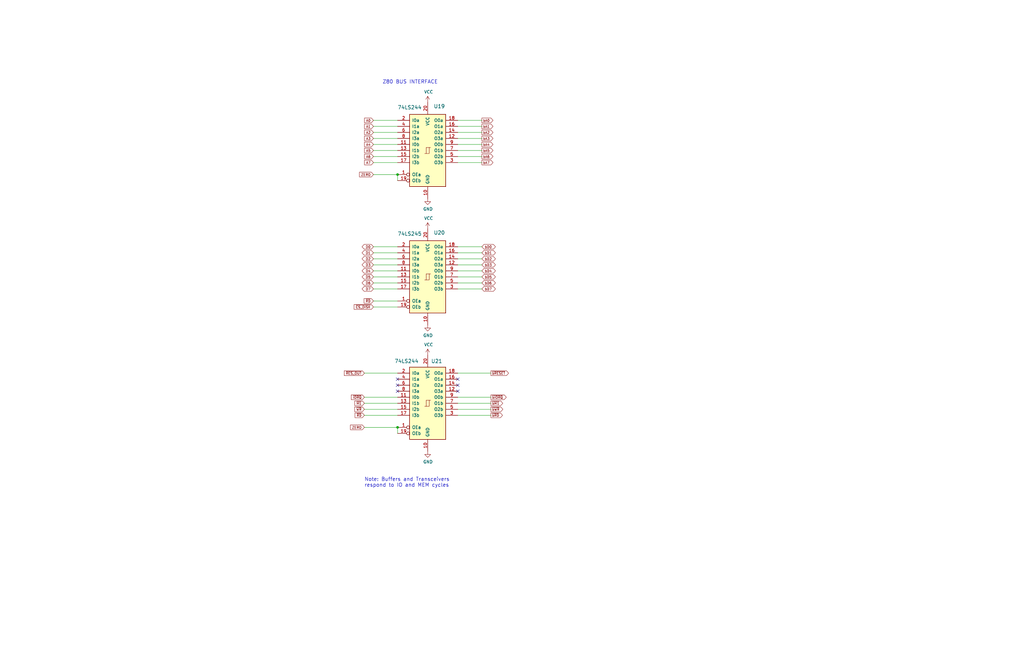
<source format=kicad_sch>
(kicad_sch (version 20211123) (generator eeschema)
  (paper "B")
  (lib_symbols
    (symbol "74xx:74LS244" (pin_names (offset 1.016))
      (property "Reference" "U" (at -7.62 16.51 0))
      (property "Value" "74LS244" (at -7.62 -16.51 0))
      (symbol "74LS244_1_0"
        (polyline (pts (xy -0.635 -1.27) (xy -0.635 1.27) (xy 0.635 1.27)))
        (polyline (pts (xy -1.27 -1.27) (xy 0.635 -1.27) (xy 0.635 1.27) (xy 1.27 1.27)))
        (pin input inverted (at -12.7 -10.16 0) (length 5.08) (name "OEa") (number "1"))
        (pin power_in line (at 0 -20.32 90) (length 5.08) (name "GND") (number "10"))
        (pin input line (at -12.7 2.54 0) (length 5.08) (name "I0b") (number "11"))
        (pin tri_state line (at 12.7 5.08 180) (length 5.08) (name "O3a") (number "12"))
        (pin input line (at -12.7 0 0) (length 5.08) (name "I1b") (number "13"))
        (pin tri_state line (at 12.7 7.62 180) (length 5.08) (name "O2a") (number "14"))
        (pin input line (at -12.7 -2.54 0) (length 5.08) (name "I2b") (number "15"))
        (pin tri_state line (at 12.7 10.16 180) (length 5.08) (name "O1a") (number "16"))
        (pin input line (at -12.7 -5.08 0) (length 5.08) (name "I3b") (number "17"))
        (pin tri_state line (at 12.7 12.7 180) (length 5.08) (name "O0a") (number "18"))
        (pin input inverted (at -12.7 -12.7 0) (length 5.08) (name "OEb") (number "19"))
        (pin input line (at -12.7 12.7 0) (length 5.08) (name "I0a") (number "2"))
        (pin power_in line (at 0 20.32 270) (length 5.08) (name "VCC") (number "20"))
        (pin tri_state line (at 12.7 -5.08 180) (length 5.08) (name "O3b") (number "3"))
        (pin input line (at -12.7 10.16 0) (length 5.08) (name "I1a") (number "4"))
        (pin tri_state line (at 12.7 -2.54 180) (length 5.08) (name "O2b") (number "5"))
        (pin input line (at -12.7 7.62 0) (length 5.08) (name "I2a") (number "6"))
        (pin tri_state line (at 12.7 0 180) (length 5.08) (name "O1b") (number "7"))
        (pin input line (at -12.7 5.08 0) (length 5.08) (name "I3a") (number "8"))
        (pin tri_state line (at 12.7 2.54 180) (length 5.08) (name "O0b") (number "9"))
      )
      (symbol "74LS244_1_1"
        (rectangle (start -7.62 15.24) (end 7.62 -15.24) (stroke (width 0.254)) (fill (type background)))
      )
    )
    (symbol "power:GND" (power) (pin_names (offset 0))
      (property "Value" "GND" (at 0 -3.81 0))
      (symbol "GND_0_1"
        (polyline (pts (xy 0 0) (xy 0 -1.27) (xy 1.27 -1.27) (xy 0 -2.54) (xy -1.27 -1.27) (xy 0 -1.27)))
      )
      (symbol "GND_1_1"
        (pin power_in line (at 0 0 270) (length 0) hide (name "GND") (number "1"))
      )
    )
    (symbol "power:VCC" (power) (pin_names (offset 0))
      (property "Value" "VCC" (at 0 3.81 0))
      (symbol "VCC_0_1"
        (polyline (pts (xy -0.762 1.27) (xy 0 2.54)))
        (polyline (pts (xy 0 0) (xy 0 2.54)))
        (polyline (pts (xy 0 2.54) (xy 0.762 1.27)))
      )
      (symbol "VCC_1_1"
        (pin power_in line (at 0 0 90) (length 0) hide (name "VCC") (number "1"))
      )
    )
  )
  (junction (at 167.64 180.34))
  (junction (at 167.64 73.66))
  (no_connect (at 167.64 162.56))
  (no_connect (at 167.64 160.02))
  (no_connect (at 193.04 160.02))
  (no_connect (at 193.04 165.1))
  (no_connect (at 193.04 162.56))
  (no_connect (at 167.64 165.1))
  (wire (pts (xy 193.04 60.96) (xy 203.2 60.96)))
  (wire (pts (xy 193.04 167.64) (xy 207.01 167.64)))
  (wire (pts (xy 193.04 104.14) (xy 203.2 104.14)))
  (wire (pts (xy 157.48 119.38) (xy 167.64 119.38)))
  (wire (pts (xy 193.04 66.04) (xy 203.2 66.04)))
  (wire (pts (xy 167.64 180.34) (xy 167.64 182.88)))
  (wire (pts (xy 153.67 170.18) (xy 167.64 170.18)))
  (wire (pts (xy 157.48 127) (xy 167.64 127)))
  (wire (pts (xy 157.48 63.5) (xy 167.64 63.5)))
  (wire (pts (xy 157.48 106.68) (xy 167.64 106.68)))
  (wire (pts (xy 157.48 53.34) (xy 167.64 53.34)))
  (wire (pts (xy 193.04 68.58) (xy 203.2 68.58)))
  (wire (pts (xy 157.48 116.84) (xy 167.64 116.84)))
  (wire (pts (xy 193.04 157.48) (xy 207.01 157.48)))
  (wire (pts (xy 157.48 66.04) (xy 167.64 66.04)))
  (wire (pts (xy 157.48 68.58) (xy 167.64 68.58)))
  (wire (pts (xy 157.48 104.14) (xy 167.64 104.14)))
  (wire (pts (xy 157.48 109.22) (xy 167.64 109.22)))
  (wire (pts (xy 193.04 111.76) (xy 203.2 111.76)))
  (wire (pts (xy 157.48 114.3) (xy 167.64 114.3)))
  (wire (pts (xy 193.04 50.8) (xy 203.2 50.8)))
  (wire (pts (xy 153.67 167.64) (xy 167.64 167.64)))
  (wire (pts (xy 157.48 55.88) (xy 167.64 55.88)))
  (wire (pts (xy 193.04 106.68) (xy 203.2 106.68)))
  (wire (pts (xy 193.04 175.26) (xy 207.01 175.26)))
  (wire (pts (xy 157.48 121.92) (xy 167.64 121.92)))
  (wire (pts (xy 157.48 50.8) (xy 167.64 50.8)))
  (wire (pts (xy 157.48 58.42) (xy 167.64 58.42)))
  (wire (pts (xy 153.67 157.48) (xy 167.64 157.48)))
  (wire (pts (xy 193.04 121.92) (xy 203.2 121.92)))
  (wire (pts (xy 193.04 116.84) (xy 203.2 116.84)))
  (wire (pts (xy 153.67 172.72) (xy 167.64 172.72)))
  (wire (pts (xy 153.67 180.34) (xy 167.64 180.34)))
  (wire (pts (xy 157.48 129.54) (xy 167.64 129.54)))
  (wire (pts (xy 193.04 55.88) (xy 203.2 55.88)))
  (wire (pts (xy 193.04 172.72) (xy 207.01 172.72)))
  (wire (pts (xy 157.48 60.96) (xy 167.64 60.96)))
  (wire (pts (xy 193.04 53.34) (xy 203.2 53.34)))
  (wire (pts (xy 193.04 109.22) (xy 203.2 109.22)))
  (wire (pts (xy 157.48 111.76) (xy 167.64 111.76)))
  (wire (pts (xy 193.04 114.3) (xy 203.2 114.3)))
  (wire (pts (xy 167.64 76.2) (xy 167.64 73.66)))
  (wire (pts (xy 157.48 73.66) (xy 167.64 73.66)))
  (wire (pts (xy 153.67 175.26) (xy 167.64 175.26)))
  (wire (pts (xy 193.04 63.5) (xy 203.2 63.5)))
  (wire (pts (xy 193.04 119.38) (xy 203.2 119.38)))
  (wire (pts (xy 193.04 58.42) (xy 203.2 58.42)))
  (wire (pts (xy 193.04 170.18) (xy 207.01 170.18)))
  (text "Z80 BUS INTERFACE" (at 161.29 35.56 0) (effects (font (size 1.524 1.524)) (justify left bottom)))
  (text "Note: Buffers and Transceivers\nrespond to IO and MEM cycles" (at 153.67 205.74 0) (effects (font (size 1.524 1.524)) (justify left bottom)))
  (global_label "bD5" (shape bidirectional) (at 203.2 116.84 0) (effects (font (size 1.016 1.016))) (property "Intersheet References" "${INTERSHEET_REFS}" (effects hide)))
  (global_label "bA4" (shape output) (at 203.2 60.96 0) (effects (font (size 1.016 1.016))) (property "Intersheet References" "${INTERSHEET_REFS}" (effects hide)))
  (global_label "D4" (shape bidirectional) (at 157.48 114.3 180) (effects (font (size 1.016 1.016))) (property "Intersheet References" "${INTERSHEET_REFS}" (effects hide)))
  (global_label "~{bWR}" (shape output) (at 207.01 172.72 0) (effects (font (size 1.016 1.016))) (property "Intersheet References" "${INTERSHEET_REFS}" (effects hide)))
  (global_label "~{bRESET}" (shape output) (at 207.01 157.48 0) (effects (font (size 1.016 1.016))) (property "Intersheet References" "${INTERSHEET_REFS}" (effects hide)))
  (global_label "~{bIORQ}" (shape output) (at 207.01 167.64 0) (effects (font (size 1.016 1.016))) (property "Intersheet References" "${INTERSHEET_REFS}" (effects hide)))
  (global_label "~{WR}" (shape input) (at 153.67 172.72 180) (effects (font (size 1.016 1.016))) (property "Intersheet References" "${INTERSHEET_REFS}" (effects hide)))
  (global_label "bA3" (shape output) (at 203.2 58.42 0) (effects (font (size 1.016 1.016))) (property "Intersheet References" "${INTERSHEET_REFS}" (effects hide)))
  (global_label "D3" (shape bidirectional) (at 157.48 111.76 180) (effects (font (size 1.016 1.016))) (property "Intersheet References" "${INTERSHEET_REFS}" (effects hide)))
  (global_label "ZERO" (shape input) (at 153.67 180.34 180) (effects (font (size 1.016 1.016))) (property "Intersheet References" "${INTERSHEET_REFS}" (effects hide)))
  (global_label "bD2" (shape bidirectional) (at 203.2 109.22 0) (effects (font (size 1.016 1.016))) (property "Intersheet References" "${INTERSHEET_REFS}" (effects hide)))
  (global_label "~{CS_DISK}" (shape input) (at 157.48 129.54 180) (effects (font (size 1.016 1.016))) (property "Intersheet References" "${INTERSHEET_REFS}" (effects hide)))
  (global_label "A7" (shape input) (at 157.48 68.58 180) (effects (font (size 1.016 1.016))) (property "Intersheet References" "${INTERSHEET_REFS}" (effects hide)))
  (global_label "A1" (shape input) (at 157.48 53.34 180) (effects (font (size 1.016 1.016))) (property "Intersheet References" "${INTERSHEET_REFS}" (effects hide)))
  (global_label "bD7" (shape bidirectional) (at 203.2 121.92 0) (effects (font (size 1.016 1.016))) (property "Intersheet References" "${INTERSHEET_REFS}" (effects hide)))
  (global_label "D6" (shape bidirectional) (at 157.48 119.38 180) (effects (font (size 1.016 1.016))) (property "Intersheet References" "${INTERSHEET_REFS}" (effects hide)))
  (global_label "~{bRD}" (shape output) (at 207.01 175.26 0) (effects (font (size 1.016 1.016))) (property "Intersheet References" "${INTERSHEET_REFS}" (effects hide)))
  (global_label "ZERO" (shape input) (at 157.48 73.66 180) (effects (font (size 1.016 1.016))) (property "Intersheet References" "${INTERSHEET_REFS}" (effects hide)))
  (global_label "~{IORQ}" (shape input) (at 153.67 167.64 180) (effects (font (size 1.016 1.016))) (property "Intersheet References" "${INTERSHEET_REFS}" (effects hide)))
  (global_label "bA0" (shape output) (at 203.2 50.8 0) (effects (font (size 1.016 1.016))) (property "Intersheet References" "${INTERSHEET_REFS}" (effects hide)))
  (global_label "~{M1}" (shape input) (at 153.67 170.18 180) (effects (font (size 1.016 1.016))) (property "Intersheet References" "${INTERSHEET_REFS}" (effects hide)))
  (global_label "D1" (shape bidirectional) (at 157.48 106.68 180) (effects (font (size 1.016 1.016))) (property "Intersheet References" "${INTERSHEET_REFS}" (effects hide)))
  (global_label "bA6" (shape output) (at 203.2 66.04 0) (effects (font (size 1.016 1.016))) (property "Intersheet References" "${INTERSHEET_REFS}" (effects hide)))
  (global_label "D5" (shape bidirectional) (at 157.48 116.84 180) (effects (font (size 1.016 1.016))) (property "Intersheet References" "${INTERSHEET_REFS}" (effects hide)))
  (global_label "bD3" (shape bidirectional) (at 203.2 111.76 0) (effects (font (size 1.016 1.016))) (property "Intersheet References" "${INTERSHEET_REFS}" (effects hide)))
  (global_label "A2" (shape input) (at 157.48 55.88 180) (effects (font (size 1.016 1.016))) (property "Intersheet References" "${INTERSHEET_REFS}" (effects hide)))
  (global_label "~{RES_OUT}" (shape input) (at 153.67 157.48 180) (effects (font (size 1.016 1.016))) (property "Intersheet References" "${INTERSHEET_REFS}" (effects hide)))
  (global_label "A4" (shape input) (at 157.48 60.96 180) (effects (font (size 1.016 1.016))) (property "Intersheet References" "${INTERSHEET_REFS}" (effects hide)))
  (global_label "D2" (shape bidirectional) (at 157.48 109.22 180) (effects (font (size 1.016 1.016))) (property "Intersheet References" "${INTERSHEET_REFS}" (effects hide)))
  (global_label "bA2" (shape output) (at 203.2 55.88 0) (effects (font (size 1.016 1.016))) (property "Intersheet References" "${INTERSHEET_REFS}" (effects hide)))
  (global_label "bA1" (shape output) (at 203.2 53.34 0) (effects (font (size 1.016 1.016))) (property "Intersheet References" "${INTERSHEET_REFS}" (effects hide)))
  (global_label "bA7" (shape output) (at 203.2 68.58 0) (effects (font (size 1.016 1.016))) (property "Intersheet References" "${INTERSHEET_REFS}" (effects hide)))
  (global_label "bD4" (shape bidirectional) (at 203.2 114.3 0) (effects (font (size 1.016 1.016))) (property "Intersheet References" "${INTERSHEET_REFS}" (effects hide)))
  (global_label "D7" (shape bidirectional) (at 157.48 121.92 180) (effects (font (size 1.016 1.016))) (property "Intersheet References" "${INTERSHEET_REFS}" (effects hide)))
  (global_label "~{RD}" (shape input) (at 157.48 127 180) (effects (font (size 1.016 1.016))) (property "Intersheet References" "${INTERSHEET_REFS}" (effects hide)))
  (global_label "~{RD}" (shape input) (at 153.67 175.26 180) (effects (font (size 1.016 1.016))) (property "Intersheet References" "${INTERSHEET_REFS}" (effects hide)))
  (global_label "A3" (shape input) (at 157.48 58.42 180) (effects (font (size 1.016 1.016))) (property "Intersheet References" "${INTERSHEET_REFS}" (effects hide)))
  (global_label "bD1" (shape bidirectional) (at 203.2 106.68 0) (effects (font (size 1.016 1.016))) (property "Intersheet References" "${INTERSHEET_REFS}" (effects hide)))
  (global_label "A6" (shape input) (at 157.48 66.04 180) (effects (font (size 1.016 1.016))) (property "Intersheet References" "${INTERSHEET_REFS}" (effects hide)))
  (global_label "~{bM1}" (shape output) (at 207.01 170.18 0) (effects (font (size 1.016 1.016))) (property "Intersheet References" "${INTERSHEET_REFS}" (effects hide)))
  (global_label "bD6" (shape bidirectional) (at 203.2 119.38 0) (effects (font (size 1.016 1.016))) (property "Intersheet References" "${INTERSHEET_REFS}" (effects hide)))
  (global_label "bA5" (shape output) (at 203.2 63.5 0) (effects (font (size 1.016 1.016))) (property "Intersheet References" "${INTERSHEET_REFS}" (effects hide)))
  (global_label "A5" (shape input) (at 157.48 63.5 180) (effects (font (size 1.016 1.016))) (property "Intersheet References" "${INTERSHEET_REFS}" (effects hide)))
  (global_label "D0" (shape bidirectional) (at 157.48 104.14 180) (effects (font (size 1.016 1.016))) (property "Intersheet References" "${INTERSHEET_REFS}" (effects hide)))
  (global_label "A0" (shape input) (at 157.48 50.8 180) (effects (font (size 1.016 1.016))) (property "Intersheet References" "${INTERSHEET_REFS}" (effects hide)))
  (global_label "bD0" (shape bidirectional) (at 203.2 104.14 0) (effects (font (size 1.016 1.016))) (property "Intersheet References" "${INTERSHEET_REFS}" (effects hide)))
  (symbol (lib_id "74xx:74LS244") (at 180.34 116.84 0) (unit 1)
    (property "Reference" "U20" (at 182.88 99.06 0) (effects (font (size 1.524 1.524)) (justify left bottom)))
    (property "Value" "74LS245" (at 167.64 97.79 0) (effects (font (size 1.524 1.524)) (justify left top)))
    (property "Footprint" "Package_DIP:DIP-20_W7.62mm" (effects hide))
    (property "Datasheet" "http://www.ti.com/lit/ds/symlink/sn74ls244.pdf" (effects hide))
  )
  (symbol (lib_id "power:VCC") (at 180.34 43.18 0) (unit 1)
    (property "Reference" "#PWR035" (effects hide))
    (property "Value" "VCC" (at 180.721 38.7858 0))
  )
  (symbol (lib_id "power:GND") (at 180.34 83.82 0) (unit 1)
    (property "Reference" "#PWR036" (effects hide))
    (property "Value" "GND" (at 180.467 88.2142 0))
  )
  (symbol (lib_id "power:VCC") (at 180.34 96.52 0) (unit 1)
    (property "Reference" "#PWR037" (effects hide))
    (property "Value" "VCC" (at 180.721 92.1258 0))
  )
  (symbol (lib_id "power:VCC") (at 180.34 149.86 0) (unit 1)
    (property "Reference" "#PWR039" (effects hide))
    (property "Value" "VCC" (at 180.721 145.4658 0))
  )
  (symbol (lib_id "power:GND") (at 180.34 137.16 0) (unit 1)
    (property "Reference" "#PWR038" (effects hide))
    (property "Value" "GND" (at 180.467 141.5542 0))
  )
  (symbol (lib_id "power:GND") (at 180.34 190.5 0) (unit 1)
    (property "Reference" "#PWR040" (effects hide))
    (property "Value" "GND" (at 180.467 194.8942 0))
  )
  (symbol (lib_id "74xx:74LS244") (at 180.34 170.18 0) (unit 1)
    (property "Reference" "U21" (at 184.15 152.4 0) (effects (font (size 1.524 1.524))))
    (property "Value" "74LS244" (at 171.45 152.4 0) (effects (font (size 1.524 1.524))))
    (property "Footprint" "Package_DIP:DIP-20_W7.62mm" (effects hide))
    (property "Datasheet" "http://www.ti.com/lit/ds/symlink/sn74ls244.pdf" (effects hide))
  )
  (symbol (lib_id "74xx:74LS244") (at 180.34 63.5 0) (unit 1)
    (property "Reference" "U19" (at 182.88 45.72 0) (effects (font (size 1.524 1.524)) (justify left bottom)))
    (property "Value" "74LS244" (at 167.64 44.45 0) (effects (font (size 1.524 1.524)) (justify left top)))
    (property "Footprint" "Package_DIP:DIP-20_W7.62mm" (effects hide))
    (property "Datasheet" "http://www.ti.com/lit/ds/symlink/sn74ls244.pdf" (effects hide))
  )
)
</source>
